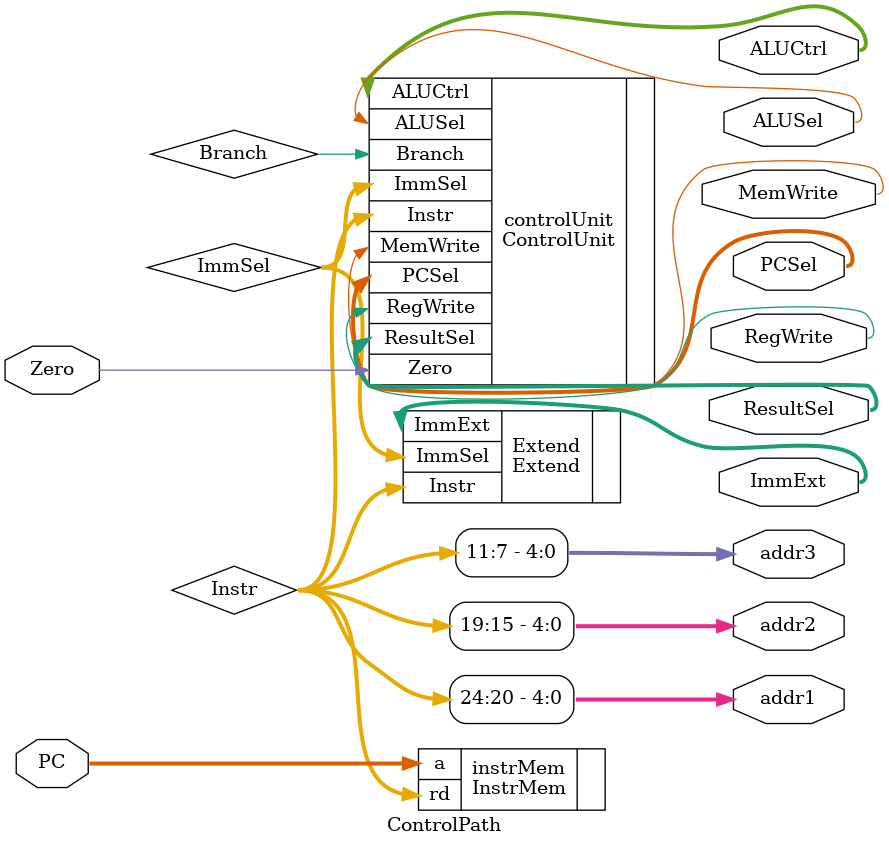
<source format=sv>
module ControlPath #(parameter DATA_WIDTH=32, REG_RF_WIDTH=5, ROM_WIDTH=12)(
    input logic [ROM_WIDTH-1:0] PC,
    input logic Zero,
    output logic [DATA_WIDTH-1:0] ImmExt,
    output logic [3:0] ALUCtrl,
    output logic RegWrite,
    output logic MemWrite,
    output logic [REG_RF_WIDTH-1:0] addr1,
    output logic [REG_RF_WIDTH-1:0] addr2,
    output logic [REG_RF_WIDTH-1:0] addr3,
    output logic [1:0] PCSel,
    output logic ALUSel,
    output logic [1:0] ResultSel
    
   
    
);


logic [DATA_WIDTH-1:0] Instr;
logic [2:0] ImmSel;
logic Branch;
InstrMem instrMem(
    .a(PC),
    .rd(Instr)
);
ControlUnit controlUnit(
    //inputs
    .Instr(Instr),
    .Zero(Zero),
    //outputs
    .PCSel(PCSel),
    .ResultSel(ResultSel),
    .MemWrite(MemWrite),
    .ALUCtrl(ALUCtrl),
    .ALUSel(ALUSel),
    .ImmSel(ImmSel),
    .RegWrite(RegWrite),
    .Branch(Branch)
);
Extend Extend(
    //inputs
    .ImmSel(ImmSel),
    .Instr(Instr),
    //output
    .ImmExt(ImmExt)
);

always_comb begin
    //addresses for the register file
    addr1=Instr[24:20];
    addr2=Instr[19:15];
    addr3=Instr[11:7];
end
endmodule


</source>
